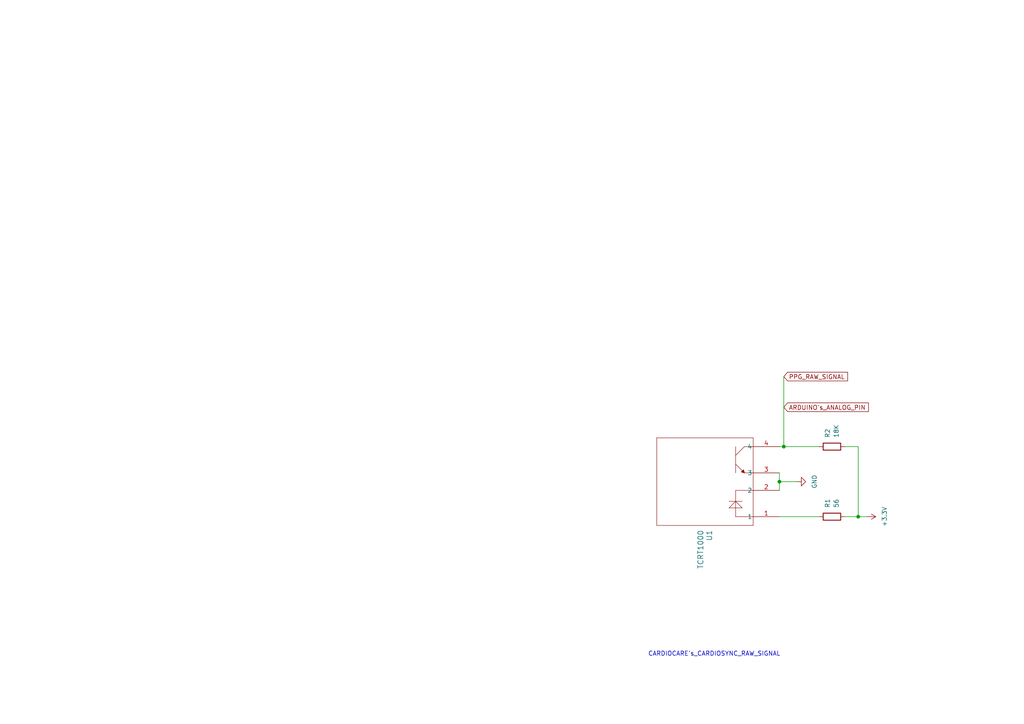
<source format=kicad_sch>
(kicad_sch (version 20230121) (generator eeschema)
  (paper "A4")
  (lib_symbols
    (symbol "2024-04-30_07-05-09:TCRT1000" (pin_names (offset 0.254))
      (property "Reference" "U" (at 22.86 12.7 0))
      (property "Value" "TCRT1000" (at 22.86 15.24 0))
      (symbol "TCRT1000_0_1"
        (polyline (pts (xy 7.62 -22.86) (xy 35.56 -22.86)) (stroke (width 0.127)))
        (polyline (pts (xy 7.62 -12.7) (xy 10.1086 -12.7008)) (stroke (width 0.127)))
        (polyline (pts (xy 7.62 2.54) (xy 7.62 -22.86)) (stroke (width 0.127)))
        (polyline (pts (xy 10.16 -20.32) (xy 7.62 -20.32)) (stroke (width 0.127)))
        (polyline (pts (xy 10.16 -20.32) (xy 12.7 -17.78)) (stroke (width 0.127)))
        (polyline (pts (xy 10.795 -4.445) (xy 14.605 -4.445)) (stroke (width 0.127)))
        (polyline (pts (xy 10.795 -2.54) (xy 12.7 -4.445)) (stroke (width 0.127)))
        (polyline (pts (xy 10.795 -2.54) (xy 14.605 -2.54)) (stroke (width 0.127)))
        (polyline (pts (xy 12.7 -15.24) (xy 10.16 -12.7)) (stroke (width 0.127)))
        (polyline (pts (xy 12.7 -12.7) (xy 12.7 -20.32)) (stroke (width 0.127)))
        (polyline (pts (xy 12.7 -7.62) (xy 7.62 -7.62)) (stroke (width 0.127)))
        (polyline (pts (xy 12.7 -4.445) (xy 14.605 -2.54)) (stroke (width 0.127)))
        (polyline (pts (xy 12.7 0) (xy 7.62 0)) (stroke (width 0.127)))
        (polyline (pts (xy 12.7 0) (xy 12.7 -7.62)) (stroke (width 0.127)))
        (polyline (pts (xy 35.56 -22.86) (xy 35.56 2.54)) (stroke (width 0.127)))
        (polyline (pts (xy 35.56 2.54) (xy 7.62 2.54)) (stroke (width 0.127)))
        (polyline (pts (xy 10.1983 -12.7073) (xy 11.065 -12.9831) (xy 10.426 -13.5947) (xy 10.1086 -12.7008)) (fill (type outline)))
        (pin unspecified line (at 0 0 0) (length 7.62) (name "1") (number "1"))
        (pin unspecified line (at 0 -7.62 0) (length 7.62) (name "2") (number "2"))
        (pin unspecified line (at 0 -12.7 0) (length 7.62) (name "3") (number "3"))
        (pin unspecified line (at 0 -20.32 0) (length 7.62) (name "4") (number "4"))
      )
    )
    (symbol "Device:R" (pin_numbers hide) (pin_names (offset 0))
      (property "Reference" "R" (at 2.032 0 90))
      (property "Value" "R" (at 0 0 90))
      (symbol "R_0_1"
        (rectangle (start -1.016 -2.54) (end 1.016 2.54) (stroke (width 0.254)))
      )
      (symbol "R_1_1"
        (pin passive line (at 0 3.81 270) (length 1.27) (name "~") (number "1"))
        (pin passive line (at 0 -3.81 90) (length 1.27) (name "~") (number "2"))
      )
    )
    (symbol "power:+3.3V" (power) (pin_names (offset 0))
      (property "Value" "+3.3V" (at 0 3.556 0))
      (symbol "+3.3V_0_1"
        (polyline (pts (xy -0.762 1.27) (xy 0 2.54)))
        (polyline (pts (xy 0 0) (xy 0 2.54)))
        (polyline (pts (xy 0 2.54) (xy 0.762 1.27)))
      )
      (symbol "+3.3V_1_1"
        (pin power_in line (at 0 0 90) (length 0) hide (name "+3.3V") (number "1"))
      )
    )
    (symbol "power:GND" (power) (pin_names (offset 0))
      (property "Value" "GND" (at 0 -3.81 0))
      (symbol "GND_0_1"
        (polyline (pts (xy 0 0) (xy 0 -1.27) (xy 1.27 -1.27) (xy 0 -2.54) (xy -1.27 -1.27) (xy 0 -1.27)))
      )
      (symbol "GND_1_1"
        (pin power_in line (at 0 0 270) (length 0) hide (name "GND") (number "1"))
      )
    )
  )
  (junction (at 226.06 139.7))
  (junction (at 227.33 129.54))
  (junction (at 248.92 149.86))
  (wire (pts (xy 245.11 129.54) (xy 248.92 129.54)))
  (wire (pts (xy 237.49 129.54) (xy 227.33 129.54)))
  (wire (pts (xy 248.92 129.54) (xy 248.92 149.86)))
  (wire (pts (xy 227.33 129.54) (xy 227.33 109.22)))
  (wire (pts (xy 237.49 149.86) (xy 226.06 149.86)))
  (wire (pts (xy 226.06 139.7) (xy 231.14 139.7)))
  (wire (pts (xy 227.33 129.54) (xy 226.06 129.54)))
  (wire (pts (xy 251.46 149.86) (xy 248.92 149.86)))
  (wire (pts (xy 248.92 149.86) (xy 245.11 149.86)))
  (wire (pts (xy 226.06 137.16) (xy 226.06 139.7)))
  (wire (pts (xy 226.06 139.7) (xy 226.06 142.24)))
  (text "CARDIOCARE's_CARDIOSYNC_RAW_SIGNAL" (at 187.96 190.5 0) (effects (font (size 1.27 1.27)) (justify left bottom)))
  (global_label "PPG_RAW_SIGNAL" (shape input) (at 227.33 109.22 0) (property "Intersheetrefs" "${INTERSHEET_REFS}" (effects hide)))
  (global_label "ARDUINO's_ANALOG_PIN" (shape input) (at 227.33 118.11 0) (property "Intersheetrefs" "${INTERSHEET_REFS}" (effects hide)))
  (symbol (lib_id "Device:R") (at 241.3 129.54 270) (unit 1)
    (property "Reference" "R2" (at 240.03 127 0) (effects (justify right)))
    (property "Value" "18K" (at 242.57 127 0) (effects (justify right)))
  )
  (symbol (lib_id "power:+3.3V") (at 251.46 149.86 270) (unit 1)
    (property "Reference" "#PWR01" (effects hide))
    (property "Value" "+3.3V" (at 256.54 149.86 0))
  )
  (symbol (lib_id "Device:R") (at 241.3 149.86 270) (unit 1)
    (property "Reference" "R1" (at 240.03 147.32 0) (effects (justify right)))
    (property "Value" "56" (at 242.57 147.32 0) (effects (justify right)))
  )
  (symbol (lib_id "2024-04-30_07-05-09:TCRT1000") (at 226.06 149.86 180) (unit 1)
    (property "Reference" "U1" (at 205.74 153.67 90) (effects (font (size 1.524 1.524)) (justify left)))
    (property "Value" "TCRT1000" (at 203.2 153.67 90) (effects (font (size 1.524 1.524)) (justify left)))
    (property "Footprint" "TCRT1010_VIS" (effects hide))
    (property "Datasheet" "TCRT1000" (effects hide))
  )
  (symbol (lib_id "power:GND") (at 231.14 139.7 90) (unit 1)
    (property "Reference" "#PWR02" (effects hide))
    (property "Value" "GND" (at 236.22 139.7 0))
  )
)
</source>
